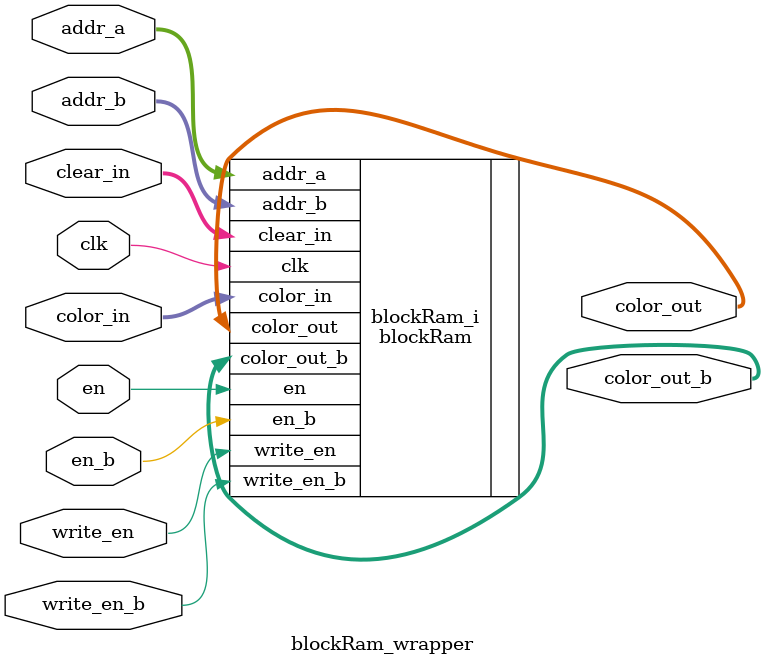
<source format=v>
`timescale 1 ps / 1 ps

module blockRam_wrapper
   (addr_a,
    addr_b,
    clear_in,
    clk,
    color_in,
    color_out,
    color_out_b,
    en,
    en_b,
    write_en,
    write_en_b);
  input [18:0]addr_a;
  input [18:0]addr_b;
  input [3:0]clear_in;
  input clk;
  input [3:0]color_in;
  output [3:0]color_out;
  output [3:0]color_out_b;
  input en;
  input en_b;
  input write_en;
  input write_en_b;

  wire [18:0]addr_a;
  wire [18:0]addr_b;
  wire [3:0]clear_in;
  wire clk;
  wire [3:0]color_in;
  wire [3:0]color_out;
  wire [3:0]color_out_b;
  wire en;
  wire en_b;
  wire write_en;
  wire write_en_b;

  blockRam blockRam_i
       (.addr_a(addr_a),
        .addr_b(addr_b),
        .clear_in(clear_in),
        .clk(clk),
        .color_in(color_in),
        .color_out(color_out),
        .color_out_b(color_out_b),
        .en(en),
        .en_b(en_b),
        .write_en(write_en),
        .write_en_b(write_en_b));
endmodule

</source>
